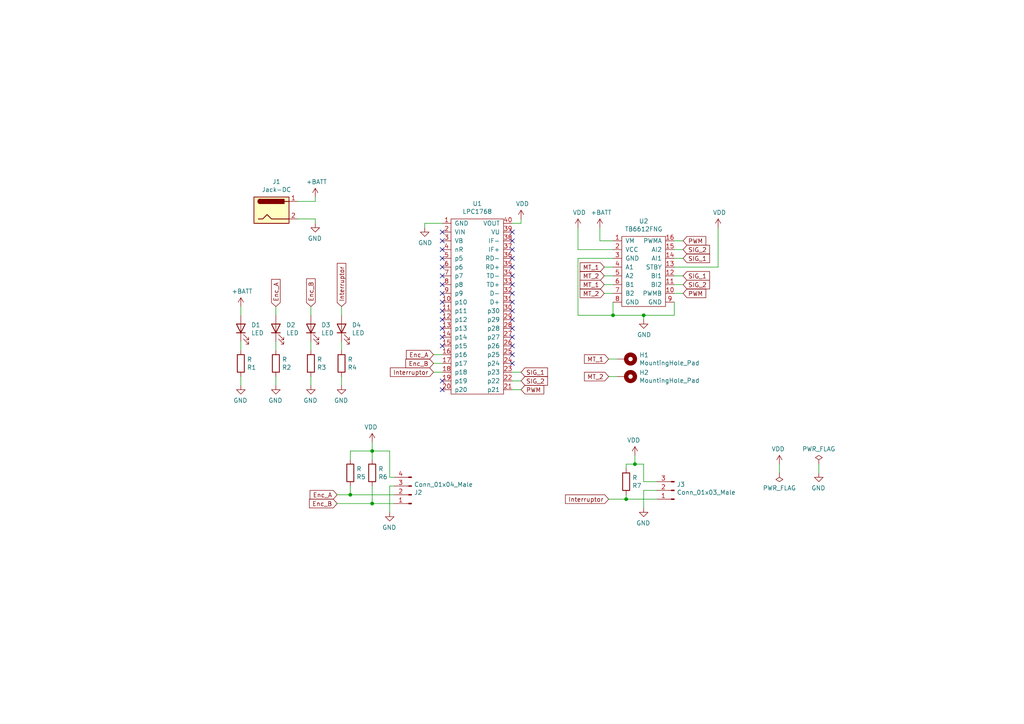
<source format=kicad_sch>
(kicad_sch (version 20211123) (generator eeschema)
  (paper "A4")
  (lib_symbols
    (symbol "Connector:Conn_01x03_Male" (pin_names (offset 1.016) hide)
      (property "Reference" "J" (at 0 5.08 0))
      (property "Value" "Conn_01x03_Male" (at 0 -5.08 0))
      (symbol "Conn_01x03_Male_1_1"
        (polyline (pts (xy 1.27 -2.54) (xy 0.8636 -2.54)) (stroke (width 0.1524)))
        (polyline (pts (xy 1.27 0) (xy 0.8636 0)) (stroke (width 0.1524)))
        (polyline (pts (xy 1.27 2.54) (xy 0.8636 2.54)) (stroke (width 0.1524)))
        (rectangle (start 0.8636 -2.413) (end 0 -2.667) (stroke (width 0.1524)) (fill (type outline)))
        (rectangle (start 0.8636 0.127) (end 0 -0.127) (stroke (width 0.1524)) (fill (type outline)))
        (rectangle (start 0.8636 2.667) (end 0 2.413) (stroke (width 0.1524)) (fill (type outline)))
        (pin passive line (at 5.08 2.54 180) (length 3.81) (name "Pin_1") (number "1"))
        (pin passive line (at 5.08 0 180) (length 3.81) (name "Pin_2") (number "2"))
        (pin passive line (at 5.08 -2.54 180) (length 3.81) (name "Pin_3") (number "3"))
      )
    )
    (symbol "Connector:Conn_01x04_Male" (pin_names (offset 1.016) hide)
      (property "Reference" "J" (at 0 5.08 0))
      (property "Value" "Conn_01x04_Male" (at 0 -7.62 0))
      (symbol "Conn_01x04_Male_1_1"
        (polyline (pts (xy 1.27 -5.08) (xy 0.8636 -5.08)) (stroke (width 0.1524)))
        (polyline (pts (xy 1.27 -2.54) (xy 0.8636 -2.54)) (stroke (width 0.1524)))
        (polyline (pts (xy 1.27 0) (xy 0.8636 0)) (stroke (width 0.1524)))
        (polyline (pts (xy 1.27 2.54) (xy 0.8636 2.54)) (stroke (width 0.1524)))
        (rectangle (start 0.8636 -4.953) (end 0 -5.207) (stroke (width 0.1524)) (fill (type outline)))
        (rectangle (start 0.8636 -2.413) (end 0 -2.667) (stroke (width 0.1524)) (fill (type outline)))
        (rectangle (start 0.8636 0.127) (end 0 -0.127) (stroke (width 0.1524)) (fill (type outline)))
        (rectangle (start 0.8636 2.667) (end 0 2.413) (stroke (width 0.1524)) (fill (type outline)))
        (pin passive line (at 5.08 2.54 180) (length 3.81) (name "Pin_1") (number "1"))
        (pin passive line (at 5.08 0 180) (length 3.81) (name "Pin_2") (number "2"))
        (pin passive line (at 5.08 -2.54 180) (length 3.81) (name "Pin_3") (number "3"))
        (pin passive line (at 5.08 -5.08 180) (length 3.81) (name "Pin_4") (number "4"))
      )
    )
    (symbol "Connector:Jack-DC" (pin_names (offset 1.016))
      (property "Reference" "J" (at 0 5.334 0))
      (property "Value" "Jack-DC" (at 0 -5.08 0))
      (symbol "Jack-DC_0_1"
        (rectangle (start -5.08 3.81) (end 5.08 -3.81) (stroke (width 0.254)) (fill (type background)))
        (arc (start -3.302 3.175) (mid -3.937 2.54) (end -3.302 1.905) (stroke (width 0.254)))
        (arc (start -3.302 3.175) (mid -3.937 2.54) (end -3.302 1.905) (stroke (width 0.254)) (fill (type outline)))
        (polyline (pts (xy 5.08 2.54) (xy 3.81 2.54)) (stroke (width 0.254)))
        (polyline (pts (xy -3.81 -2.54) (xy -2.54 -2.54) (xy -1.27 -1.27) (xy 0 -2.54) (xy 2.54 -2.54) (xy 5.08 -2.54)) (stroke (width 0.254)))
        (rectangle (start 3.683 3.175) (end -3.302 1.905) (stroke (width 0.254)) (fill (type outline)))
      )
      (symbol "Jack-DC_1_1"
        (pin passive line (at 7.62 2.54 180) (length 2.54) (name "~") (number "1"))
        (pin passive line (at 7.62 -2.54 180) (length 2.54) (name "~") (number "2"))
      )
    )
    (symbol "Device:LED" (pin_numbers hide) (pin_names (offset 1.016) hide)
      (property "Reference" "D" (at 0 2.54 0))
      (property "Value" "LED" (at 0 -2.54 0))
      (symbol "LED_0_1"
        (polyline (pts (xy -1.27 -1.27) (xy -1.27 1.27)) (stroke (width 0.254)))
        (polyline (pts (xy -1.27 0) (xy 1.27 0)))
        (polyline (pts (xy 1.27 -1.27) (xy 1.27 1.27) (xy -1.27 0) (xy 1.27 -1.27)) (stroke (width 0.254)))
        (polyline (pts (xy -3.048 -0.762) (xy -4.572 -2.286) (xy -3.81 -2.286) (xy -4.572 -2.286) (xy -4.572 -1.524)))
        (polyline (pts (xy -1.778 -0.762) (xy -3.302 -2.286) (xy -2.54 -2.286) (xy -3.302 -2.286) (xy -3.302 -1.524)))
      )
      (symbol "LED_1_1"
        (pin passive line (at -3.81 0 0) (length 2.54) (name "K") (number "1"))
        (pin passive line (at 3.81 0 180) (length 2.54) (name "A") (number "2"))
      )
    )
    (symbol "Device:R" (pin_numbers hide) (pin_names (offset 0))
      (property "Reference" "R" (at 2.032 0 90))
      (property "Value" "R" (at 0 0 90))
      (symbol "R_0_1"
        (rectangle (start -1.016 -2.54) (end 1.016 2.54) (stroke (width 0.254)))
      )
      (symbol "R_1_1"
        (pin passive line (at 0 3.81 270) (length 1.27) (name "~") (number "1"))
        (pin passive line (at 0 -3.81 90) (length 1.27) (name "~") (number "2"))
      )
    )
    (symbol "Mechanical:MountingHole_Pad" (pin_numbers hide) (pin_names (offset 1.016) hide)
      (property "Reference" "H" (at 0 6.35 0))
      (property "Value" "MountingHole_Pad" (at 0 4.445 0))
      (symbol "MountingHole_Pad_0_1"
        (circle (center 0 1.27) (radius 1.27) (stroke (width 1.27)))
      )
      (symbol "MountingHole_Pad_1_1"
        (pin input line (at 0 -2.54 90) (length 2.54) (name "1") (number "1"))
      )
    )
    (symbol "MyComponent:LPC1768" (pin_names (offset 1.016))
      (property "Reference" "U" (at 0 -26.67 0))
      (property "Value" "LPC1768" (at 0 26.67 0))
      (symbol "LPC1768_0_1"
        (rectangle (start -7.62 25.4) (end 7.62 -25.4))
      )
      (symbol "LPC1768_1_1"
        (pin input line (at -10.16 24.13 0) (length 2.54) (name "GND") (number "1"))
        (pin input line (at -10.16 1.27 0) (length 2.54) (name "p10") (number "10"))
        (pin input line (at -10.16 -1.27 0) (length 2.54) (name "p11") (number "11"))
        (pin input line (at -10.16 -3.81 0) (length 2.54) (name "p12") (number "12"))
        (pin input line (at -10.16 -6.35 0) (length 2.54) (name "p13") (number "13"))
        (pin input line (at -10.16 -8.89 0) (length 2.54) (name "p14") (number "14"))
        (pin input line (at -10.16 -11.43 0) (length 2.54) (name "p15") (number "15"))
        (pin input line (at -10.16 -13.97 0) (length 2.54) (name "p16") (number "16"))
        (pin input line (at -10.16 -16.51 0) (length 2.54) (name "p17") (number "17"))
        (pin input line (at -10.16 -19.05 0) (length 2.54) (name "p18") (number "18"))
        (pin input line (at -10.16 -21.59 0) (length 2.54) (name "p19") (number "19"))
        (pin input line (at -10.16 21.59 0) (length 2.54) (name "VIN") (number "2"))
        (pin input line (at -10.16 -24.13 0) (length 2.54) (name "p20") (number "20"))
        (pin input line (at 10.16 -24.13 180) (length 2.54) (name "p21") (number "21"))
        (pin input line (at 10.16 -21.59 180) (length 2.54) (name "p22") (number "22"))
        (pin input line (at 10.16 -19.05 180) (length 2.54) (name "p23") (number "23"))
        (pin input line (at 10.16 -16.51 180) (length 2.54) (name "p24") (number "24"))
        (pin input line (at 10.16 -13.97 180) (length 2.54) (name "p25") (number "25"))
        (pin input line (at 10.16 -11.43 180) (length 2.54) (name "p26") (number "26"))
        (pin input line (at 10.16 -8.89 180) (length 2.54) (name "p27") (number "27"))
        (pin input line (at 10.16 -6.35 180) (length 2.54) (name "p28") (number "28"))
        (pin input line (at 10.16 -3.81 180) (length 2.54) (name "p29") (number "29"))
        (pin input line (at -10.16 19.05 0) (length 2.54) (name "VB") (number "3"))
        (pin input line (at 10.16 -1.27 180) (length 2.54) (name "p30") (number "30"))
        (pin input line (at 10.16 1.27 180) (length 2.54) (name "D+") (number "31"))
        (pin input line (at 10.16 3.81 180) (length 2.54) (name "D-") (number "32"))
        (pin input line (at 10.16 6.35 180) (length 2.54) (name "TD+") (number "33"))
        (pin input line (at 10.16 8.89 180) (length 2.54) (name "TD-") (number "34"))
        (pin input line (at 10.16 11.43 180) (length 2.54) (name "RD+") (number "35"))
        (pin input line (at 10.16 13.97 180) (length 2.54) (name "RD-") (number "36"))
        (pin input line (at 10.16 16.51 180) (length 2.54) (name "IF+") (number "37"))
        (pin input line (at 10.16 19.05 180) (length 2.54) (name "IF-") (number "38"))
        (pin input line (at 10.16 21.59 180) (length 2.54) (name "VU") (number "39"))
        (pin input line (at -10.16 16.51 0) (length 2.54) (name "nR") (number "4"))
        (pin input line (at 10.16 24.13 180) (length 2.54) (name "VOUT") (number "40"))
        (pin input line (at -10.16 13.97 0) (length 2.54) (name "p5") (number "5"))
        (pin input line (at -10.16 11.43 0) (length 2.54) (name "p6") (number "6"))
        (pin input line (at -10.16 8.89 0) (length 2.54) (name "p7") (number "7"))
        (pin input line (at -10.16 6.35 0) (length 2.54) (name "p8") (number "8"))
        (pin input line (at -10.16 3.81 0) (length 2.54) (name "p9") (number "9"))
      )
    )
    (symbol "MyComponent:TB6612FNG" (pin_names (offset 1.016))
      (property "Reference" "U" (at 0 -8.89 0))
      (property "Value" "TB6612FNG" (at 0 13.97 0))
      (symbol "TB6612FNG_0_1"
        (rectangle (start -6.35 12.7) (end 6.35 -7.62))
      )
      (symbol "TB6612FNG_1_1"
        (pin input line (at -8.89 11.43 0) (length 2.54) (name "VM") (number "1"))
        (pin input line (at 8.89 -3.81 180) (length 2.54) (name "PWMB") (number "10"))
        (pin input line (at 8.89 -1.27 180) (length 2.54) (name "BI2") (number "11"))
        (pin input line (at 8.89 1.27 180) (length 2.54) (name "BI1") (number "12"))
        (pin input line (at 8.89 3.81 180) (length 2.54) (name "STBY") (number "13"))
        (pin input line (at 8.89 6.35 180) (length 2.54) (name "AI1") (number "14"))
        (pin input line (at 8.89 8.89 180) (length 2.54) (name "AI2") (number "15"))
        (pin input line (at 8.89 11.43 180) (length 2.54) (name "PWMA") (number "16"))
        (pin input line (at -8.89 8.89 0) (length 2.54) (name "VCC") (number "2"))
        (pin input line (at -8.89 6.35 0) (length 2.54) (name "GND") (number "3"))
        (pin input line (at -8.89 3.81 0) (length 2.54) (name "A1") (number "4"))
        (pin input line (at -8.89 1.27 0) (length 2.54) (name "A2") (number "5"))
        (pin input line (at -8.89 -1.27 0) (length 2.54) (name "B1") (number "6"))
        (pin input line (at -8.89 -3.81 0) (length 2.54) (name "B2") (number "7"))
        (pin input line (at -8.89 -6.35 0) (length 2.54) (name "GND") (number "8"))
        (pin input line (at 8.89 -6.35 180) (length 2.54) (name "GND") (number "9"))
      )
    )
    (symbol "power:+BATT" (power) (pin_names (offset 0))
      (property "Value" "+BATT" (at 0 3.556 0))
      (symbol "+BATT_0_1"
        (polyline (pts (xy -0.762 1.27) (xy 0 2.54)))
        (polyline (pts (xy 0 0) (xy 0 2.54)))
        (polyline (pts (xy 0 2.54) (xy 0.762 1.27)))
      )
      (symbol "+BATT_1_1"
        (pin power_in line (at 0 0 90) (length 0) hide (name "+BATT") (number "1"))
      )
    )
    (symbol "power:GND" (power) (pin_names (offset 0))
      (property "Value" "GND" (at 0 -3.81 0))
      (symbol "GND_0_1"
        (polyline (pts (xy 0 0) (xy 0 -1.27) (xy 1.27 -1.27) (xy 0 -2.54) (xy -1.27 -1.27) (xy 0 -1.27)))
      )
      (symbol "GND_1_1"
        (pin power_in line (at 0 0 270) (length 0) hide (name "GND") (number "1"))
      )
    )
    (symbol "power:PWR_FLAG" (power) (pin_numbers hide) (pin_names (offset 0) hide)
      (property "Value" "PWR_FLAG" (at 0 3.81 0))
      (symbol "PWR_FLAG_0_0"
        (pin power_out line (at 0 0 90) (length 0) (name "pwr") (number "1"))
      )
      (symbol "PWR_FLAG_0_1"
        (polyline (pts (xy 0 0) (xy 0 1.27) (xy -1.016 1.905) (xy 0 2.54) (xy 1.016 1.905) (xy 0 1.27)))
      )
    )
    (symbol "power:VDD" (power) (pin_names (offset 0))
      (property "Value" "VDD" (at 0 3.81 0))
      (symbol "VDD_0_1"
        (polyline (pts (xy -0.762 1.27) (xy 0 2.54)))
        (polyline (pts (xy 0 0) (xy 0 2.54)))
        (polyline (pts (xy 0 2.54) (xy 0.762 1.27)))
      )
      (symbol "VDD_1_1"
        (pin power_in line (at 0 0 90) (length 0) hide (name "VDD") (number "1"))
      )
    )
  )
  (junction (at 101.6 143.51))
  (junction (at 107.95 146.05))
  (junction (at 107.95 130.81))
  (junction (at 184.15 134.62))
  (junction (at 186.69 91.44))
  (junction (at 177.8 91.44))
  (junction (at 181.61 144.78))
  (no_connect (at 128.27 97.79))
  (no_connect (at 148.59 87.63))
  (no_connect (at 128.27 85.09))
  (no_connect (at 128.27 67.31))
  (no_connect (at 128.27 95.25))
  (no_connect (at 148.59 82.55))
  (no_connect (at 128.27 74.93))
  (no_connect (at 148.59 95.25))
  (no_connect (at 148.59 90.17))
  (no_connect (at 148.59 80.01))
  (no_connect (at 148.59 69.85))
  (no_connect (at 128.27 87.63))
  (no_connect (at 128.27 80.01))
  (no_connect (at 148.59 97.79))
  (no_connect (at 148.59 102.87))
  (no_connect (at 148.59 74.93))
  (no_connect (at 128.27 72.39))
  (no_connect (at 148.59 77.47))
  (no_connect (at 128.27 77.47))
  (no_connect (at 128.27 82.55))
  (no_connect (at 128.27 69.85))
  (no_connect (at 148.59 72.39))
  (no_connect (at 148.59 92.71))
  (no_connect (at 128.27 110.49))
  (no_connect (at 148.59 105.41))
  (no_connect (at 148.59 67.31))
  (no_connect (at 148.59 100.33))
  (no_connect (at 148.59 85.09))
  (no_connect (at 128.27 113.03))
  (no_connect (at 128.27 90.17))
  (no_connect (at 128.27 100.33))
  (no_connect (at 128.27 92.71))
  (wire (pts (xy 99.06 109.22) (xy 99.06 111.76)))
  (wire (pts (xy 101.6 143.51) (xy 114.3 143.51)))
  (wire (pts (xy 173.99 66.04) (xy 173.99 69.85)))
  (wire (pts (xy 86.36 63.5) (xy 91.44 63.5)))
  (wire (pts (xy 167.64 91.44) (xy 177.8 91.44)))
  (wire (pts (xy 101.6 140.97) (xy 101.6 143.51)))
  (wire (pts (xy 184.15 132.08) (xy 184.15 134.62)))
  (wire (pts (xy 181.61 135.89) (xy 181.61 134.62)))
  (wire (pts (xy 69.85 99.06) (xy 69.85 101.6)))
  (wire (pts (xy 86.36 58.42) (xy 91.44 58.42)))
  (wire (pts (xy 208.28 77.47) (xy 208.28 66.04)))
  (wire (pts (xy 125.73 105.41) (xy 128.27 105.41)))
  (wire (pts (xy 107.95 130.81) (xy 113.03 130.81)))
  (wire (pts (xy 177.8 87.63) (xy 177.8 91.44)))
  (wire (pts (xy 113.03 130.81) (xy 113.03 138.43)))
  (wire (pts (xy 181.61 134.62) (xy 184.15 134.62)))
  (wire (pts (xy 195.58 80.01) (xy 198.12 80.01)))
  (wire (pts (xy 148.59 64.77) (xy 151.13 64.77)))
  (wire (pts (xy 69.85 88.9) (xy 69.85 91.44)))
  (wire (pts (xy 97.79 146.05) (xy 107.95 146.05)))
  (wire (pts (xy 125.73 107.95) (xy 128.27 107.95)))
  (wire (pts (xy 176.53 109.22) (xy 179.07 109.22)))
  (wire (pts (xy 107.95 128.27) (xy 107.95 130.81)))
  (wire (pts (xy 195.58 91.44) (xy 195.58 87.63)))
  (wire (pts (xy 80.01 109.22) (xy 80.01 111.76)))
  (wire (pts (xy 195.58 82.55) (xy 198.12 82.55)))
  (wire (pts (xy 184.15 134.62) (xy 186.69 134.62)))
  (wire (pts (xy 167.64 74.93) (xy 167.64 91.44)))
  (wire (pts (xy 175.26 80.01) (xy 177.8 80.01)))
  (wire (pts (xy 181.61 144.78) (xy 176.53 144.78)))
  (wire (pts (xy 237.49 134.62) (xy 237.49 137.16)))
  (wire (pts (xy 176.53 104.14) (xy 179.07 104.14)))
  (wire (pts (xy 173.99 69.85) (xy 177.8 69.85)))
  (wire (pts (xy 90.17 109.22) (xy 90.17 111.76)))
  (wire (pts (xy 90.17 88.9) (xy 90.17 91.44)))
  (wire (pts (xy 190.5 142.24) (xy 186.69 142.24)))
  (wire (pts (xy 167.64 72.39) (xy 177.8 72.39)))
  (wire (pts (xy 91.44 63.5) (xy 91.44 64.77)))
  (wire (pts (xy 186.69 134.62) (xy 186.69 139.7)))
  (wire (pts (xy 107.95 140.97) (xy 107.95 146.05)))
  (wire (pts (xy 148.59 113.03) (xy 151.13 113.03)))
  (wire (pts (xy 186.69 91.44) (xy 195.58 91.44)))
  (wire (pts (xy 195.58 85.09) (xy 198.12 85.09)))
  (wire (pts (xy 148.59 110.49) (xy 151.13 110.49)))
  (wire (pts (xy 186.69 139.7) (xy 190.5 139.7)))
  (wire (pts (xy 69.85 109.22) (xy 69.85 111.76)))
  (wire (pts (xy 101.6 133.35) (xy 101.6 130.81)))
  (wire (pts (xy 99.06 99.06) (xy 99.06 101.6)))
  (wire (pts (xy 97.79 143.51) (xy 101.6 143.51)))
  (wire (pts (xy 195.58 72.39) (xy 198.12 72.39)))
  (wire (pts (xy 128.27 64.77) (xy 123.19 64.77)))
  (wire (pts (xy 195.58 77.47) (xy 208.28 77.47)))
  (wire (pts (xy 90.17 99.06) (xy 90.17 101.6)))
  (wire (pts (xy 186.69 142.24) (xy 186.69 147.32)))
  (wire (pts (xy 151.13 64.77) (xy 151.13 63.5)))
  (wire (pts (xy 181.61 143.51) (xy 181.61 144.78)))
  (wire (pts (xy 175.26 77.47) (xy 177.8 77.47)))
  (wire (pts (xy 148.59 107.95) (xy 151.13 107.95)))
  (wire (pts (xy 125.73 102.87) (xy 128.27 102.87)))
  (wire (pts (xy 114.3 140.97) (xy 113.03 140.97)))
  (wire (pts (xy 195.58 74.93) (xy 198.12 74.93)))
  (wire (pts (xy 175.26 82.55) (xy 177.8 82.55)))
  (wire (pts (xy 123.19 64.77) (xy 123.19 66.04)))
  (wire (pts (xy 113.03 138.43) (xy 114.3 138.43)))
  (wire (pts (xy 101.6 130.81) (xy 107.95 130.81)))
  (wire (pts (xy 226.06 134.62) (xy 226.06 137.16)))
  (wire (pts (xy 186.69 91.44) (xy 186.69 92.71)))
  (wire (pts (xy 177.8 91.44) (xy 186.69 91.44)))
  (wire (pts (xy 107.95 146.05) (xy 114.3 146.05)))
  (wire (pts (xy 113.03 140.97) (xy 113.03 148.59)))
  (wire (pts (xy 99.06 88.9) (xy 99.06 91.44)))
  (wire (pts (xy 91.44 58.42) (xy 91.44 57.15)))
  (wire (pts (xy 181.61 144.78) (xy 190.5 144.78)))
  (wire (pts (xy 107.95 130.81) (xy 107.95 133.35)))
  (wire (pts (xy 167.64 66.04) (xy 167.64 72.39)))
  (wire (pts (xy 80.01 99.06) (xy 80.01 101.6)))
  (wire (pts (xy 177.8 74.93) (xy 167.64 74.93)))
  (wire (pts (xy 195.58 69.85) (xy 198.12 69.85)))
  (wire (pts (xy 80.01 88.9) (xy 80.01 91.44)))
  (wire (pts (xy 175.26 85.09) (xy 177.8 85.09)))
  (global_label "SIG_1" (shape input) (at 198.12 74.93 0) (property "シート間のリファレンス" "${INTERSHEET_REFS}" (effects hide)))
  (global_label "Enc_A" (shape input) (at 80.01 88.9 90) (property "シート間のリファレンス" "${INTERSHEET_REFS}" (effects hide)))
  (global_label "Interruptor" (shape input) (at 99.06 88.9 90) (property "シート間のリファレンス" "${INTERSHEET_REFS}" (effects hide)))
  (global_label "MT_2" (shape input) (at 175.26 80.01 180) (property "シート間のリファレンス" "${INTERSHEET_REFS}" (effects hide)))
  (global_label "SIG_1" (shape input) (at 198.12 80.01 0) (property "シート間のリファレンス" "${INTERSHEET_REFS}" (effects hide)))
  (global_label "MT_2" (shape input) (at 176.53 109.22 180) (property "シート間のリファレンス" "${INTERSHEET_REFS}" (effects hide)))
  (global_label "SIG_1" (shape input) (at 151.13 107.95 0) (property "シート間のリファレンス" "${INTERSHEET_REFS}" (effects hide)))
  (global_label "SIG_2" (shape input) (at 198.12 82.55 0) (property "シート間のリファレンス" "${INTERSHEET_REFS}" (effects hide)))
  (global_label "PWM" (shape input) (at 198.12 69.85 0) (property "シート間のリファレンス" "${INTERSHEET_REFS}" (effects hide)))
  (global_label "Enc_A" (shape input) (at 125.73 102.87 180) (property "シート間のリファレンス" "${INTERSHEET_REFS}" (effects hide)))
  (global_label "Interruptor" (shape input) (at 125.73 107.95 180) (property "シート間のリファレンス" "${INTERSHEET_REFS}" (effects hide)))
  (global_label "Enc_B" (shape input) (at 90.17 88.9 90) (property "シート間のリファレンス" "${INTERSHEET_REFS}" (effects hide)))
  (global_label "MT_1" (shape input) (at 175.26 82.55 180) (property "シート間のリファレンス" "${INTERSHEET_REFS}" (effects hide)))
  (global_label "Enc_B" (shape input) (at 97.79 146.05 180) (property "シート間のリファレンス" "${INTERSHEET_REFS}" (effects hide)))
  (global_label "Enc_B" (shape input) (at 125.73 105.41 180) (property "シート間のリファレンス" "${INTERSHEET_REFS}" (effects hide)))
  (global_label "SIG_2" (shape input) (at 151.13 110.49 0) (property "シート間のリファレンス" "${INTERSHEET_REFS}" (effects hide)))
  (global_label "MT_1" (shape input) (at 175.26 77.47 180) (property "シート間のリファレンス" "${INTERSHEET_REFS}" (effects hide)))
  (global_label "Enc_A" (shape input) (at 97.79 143.51 180) (property "シート間のリファレンス" "${INTERSHEET_REFS}" (effects hide)))
  (global_label "MT_1" (shape input) (at 176.53 104.14 180) (property "シート間のリファレンス" "${INTERSHEET_REFS}" (effects hide)))
  (global_label "MT_2" (shape input) (at 175.26 85.09 180) (property "シート間のリファレンス" "${INTERSHEET_REFS}" (effects hide)))
  (global_label "Interruptor" (shape input) (at 176.53 144.78 180) (property "シート間のリファレンス" "${INTERSHEET_REFS}" (effects hide)))
  (global_label "PWM" (shape input) (at 198.12 85.09 0) (property "シート間のリファレンス" "${INTERSHEET_REFS}" (effects hide)))
  (global_label "PWM" (shape input) (at 151.13 113.03 0) (property "シート間のリファレンス" "${INTERSHEET_REFS}" (effects hide)))
  (global_label "SIG_2" (shape input) (at 198.12 72.39 0) (property "シート間のリファレンス" "${INTERSHEET_REFS}" (effects hide)))
  (symbol (lib_id "MyComponent:LPC1768") (at 138.43 88.9 0) (unit 1)
    (property "Reference" "U1" (at 138.43 59.055 0))
    (property "Value" "LPC1768" (at 138.43 61.3664 0))
    (property "Footprint" "MyFootprint:LPC1768" (effects hide))
  )
  (symbol (lib_id "Connector:Jack-DC") (at 78.74 60.96 0) (unit 1)
    (property "Reference" "J1" (at 80.1878 52.705 0))
    (property "Value" "Jack-DC" (at 80.1878 55.0164 0))
    (property "Footprint" "Connector_JST:JST_XH_B2B-XH-A_1x02_P2.50mm_Vertical" (effects hide))
  )
  (symbol (lib_id "Connector:Conn_01x04_Male") (at 119.38 143.51 180) (unit 1)
    (property "Reference" "J2" (at 120.0912 142.8496 0) (effects (justify right)))
    (property "Value" "Conn_01x04_Male" (at 120.0912 140.5382 0) (effects (justify right)))
    (property "Footprint" "Connector_JST:JST_XH_B4B-XH-A_1x04_P2.50mm_Vertical" (effects hide))
  )
  (symbol (lib_id "MyComponent:TB6612FNG") (at 186.69 81.28 0) (unit 1)
    (property "Reference" "U2" (at 186.69 64.135 0))
    (property "Value" "TB6612FNG" (at 186.69 66.4464 0))
    (property "Footprint" "MyFootprint:TB6612FNG" (effects hide))
  )
  (symbol (lib_id "power:VDD") (at 167.64 66.04 0) (unit 1)
    (property "Reference" "#PWR0101" (effects hide))
    (property "Value" "VDD" (at 168.021 61.6458 0))
  )
  (symbol (lib_id "power:GND") (at 186.69 92.71 0) (unit 1)
    (property "Reference" "#PWR0102" (effects hide))
    (property "Value" "GND" (at 186.817 97.1042 0))
  )
  (symbol (lib_id "power:+BATT") (at 173.99 66.04 0) (unit 1)
    (property "Reference" "#PWR0103" (effects hide))
    (property "Value" "+BATT" (at 174.371 61.6458 0))
  )
  (symbol (lib_id "power:VDD") (at 208.28 66.04 0) (unit 1)
    (property "Reference" "#PWR0104" (effects hide))
    (property "Value" "VDD" (at 208.661 61.6458 0))
  )
  (symbol (lib_id "power:VDD") (at 107.95 128.27 0) (mirror y) (unit 1)
    (property "Reference" "#PWR0117" (effects hide))
    (property "Value" "VDD" (at 107.569 123.8758 0))
  )
  (symbol (lib_id "power:GND") (at 113.03 148.59 0) (mirror y) (unit 1)
    (property "Reference" "#PWR0116" (effects hide))
    (property "Value" "GND" (at 112.903 152.9842 0))
  )
  (symbol (lib_id "Device:R") (at 101.6 137.16 0) (mirror x) (unit 1)
    (property "Reference" "R5" (at 103.378 138.3284 0) (effects (justify left)))
    (property "Value" "R" (at 103.378 136.017 0) (effects (justify left)))
    (property "Footprint" "Resistor_THT:R_Axial_DIN0207_L6.3mm_D2.5mm_P7.62mm_Horizontal" (effects hide))
  )
  (symbol (lib_id "Device:R") (at 107.95 137.16 0) (mirror x) (unit 1)
    (property "Reference" "R6" (at 109.728 138.3284 0) (effects (justify left)))
    (property "Value" "R" (at 109.728 136.017 0) (effects (justify left)))
    (property "Footprint" "Resistor_THT:R_Axial_DIN0207_L6.3mm_D2.5mm_P7.62mm_Horizontal" (effects hide))
  )
  (symbol (lib_id "Connector:Conn_01x03_Male") (at 195.58 142.24 180) (unit 1)
    (property "Reference" "J3" (at 196.2912 140.5128 0) (effects (justify right)))
    (property "Value" "Conn_01x03_Male" (at 196.2912 142.8242 0) (effects (justify right)))
    (property "Footprint" "Connector_JST:JST_XH_B3B-XH-A_1x03_P2.50mm_Vertical" (effects hide))
  )
  (symbol (lib_id "power:VDD") (at 226.06 134.62 0) (mirror y) (unit 1)
    (property "Reference" "#PWR0105" (effects hide))
    (property "Value" "VDD" (at 225.679 130.2258 0))
  )
  (symbol (lib_id "power:GND") (at 186.69 147.32 0) (mirror y) (unit 1)
    (property "Reference" "#PWR0106" (effects hide))
    (property "Value" "GND" (at 186.563 151.7142 0))
  )
  (symbol (lib_id "Device:R") (at 181.61 139.7 0) (mirror x) (unit 1)
    (property "Reference" "R7" (at 183.388 140.8684 0) (effects (justify left)))
    (property "Value" "R" (at 183.388 138.557 0) (effects (justify left)))
    (property "Footprint" "Resistor_THT:R_Axial_DIN0207_L6.3mm_D2.5mm_P7.62mm_Horizontal" (effects hide))
  )
  (symbol (lib_id "Device:R") (at 69.85 105.41 0) (mirror x) (unit 1)
    (property "Reference" "R1" (at 71.628 106.5784 0) (effects (justify left)))
    (property "Value" "R" (at 71.628 104.267 0) (effects (justify left)))
    (property "Footprint" "Resistor_THT:R_Axial_DIN0207_L6.3mm_D2.5mm_P7.62mm_Horizontal" (effects hide))
  )
  (symbol (lib_id "power:GND") (at 91.44 64.77 0) (mirror y) (unit 1)
    (property "Reference" "#PWR0107" (effects hide))
    (property "Value" "GND" (at 91.313 69.1642 0))
  )
  (symbol (lib_id "Device:LED") (at 69.85 95.25 90) (unit 1)
    (property "Reference" "D1" (at 72.8472 94.2594 90) (effects (justify right)))
    (property "Value" "LED" (at 72.8472 96.5708 90) (effects (justify right)))
    (property "Footprint" "LED_THT:LED_D3.0mm" (effects hide))
  )
  (symbol (lib_id "power:GND") (at 69.85 111.76 0) (mirror y) (unit 1)
    (property "Reference" "#PWR0109" (effects hide))
    (property "Value" "GND" (at 69.723 116.1542 0))
  )
  (symbol (lib_id "Mechanical:MountingHole_Pad") (at 181.61 104.14 270) (unit 1)
    (property "Reference" "H1" (at 185.42 102.9716 90) (effects (justify left)))
    (property "Value" "MountingHole_Pad" (at 185.42 105.283 90) (effects (justify left)))
    (property "Footprint" "MountingHole:MountingHole_2.2mm_M2_DIN965_Pad" (effects hide))
  )
  (symbol (lib_id "Mechanical:MountingHole_Pad") (at 181.61 109.22 270) (unit 1)
    (property "Reference" "H2" (at 185.42 108.0516 90) (effects (justify left)))
    (property "Value" "MountingHole_Pad" (at 185.42 110.363 90) (effects (justify left)))
    (property "Footprint" "MountingHole:MountingHole_2.2mm_M2_DIN965_Pad" (effects hide))
  )
  (symbol (lib_id "Device:R") (at 80.01 105.41 0) (mirror x) (unit 1)
    (property "Reference" "R2" (at 81.788 106.5784 0) (effects (justify left)))
    (property "Value" "R" (at 81.788 104.267 0) (effects (justify left)))
    (property "Footprint" "Resistor_THT:R_Axial_DIN0207_L6.3mm_D2.5mm_P7.62mm_Horizontal" (effects hide))
  )
  (symbol (lib_id "Device:LED") (at 80.01 95.25 90) (unit 1)
    (property "Reference" "D2" (at 83.0072 94.2594 90) (effects (justify right)))
    (property "Value" "LED" (at 83.0072 96.5708 90) (effects (justify right)))
    (property "Footprint" "LED_THT:LED_D3.0mm" (effects hide))
  )
  (symbol (lib_id "power:GND") (at 80.01 111.76 0) (mirror y) (unit 1)
    (property "Reference" "#PWR0110" (effects hide))
    (property "Value" "GND" (at 79.883 116.1542 0))
  )
  (symbol (lib_id "Device:R") (at 90.17 105.41 0) (mirror x) (unit 1)
    (property "Reference" "R3" (at 91.948 106.5784 0) (effects (justify left)))
    (property "Value" "R" (at 91.948 104.267 0) (effects (justify left)))
    (property "Footprint" "Resistor_THT:R_Axial_DIN0207_L6.3mm_D2.5mm_P7.62mm_Horizontal" (effects hide))
  )
  (symbol (lib_id "Device:LED") (at 90.17 95.25 90) (unit 1)
    (property "Reference" "D3" (at 93.1672 94.2594 90) (effects (justify right)))
    (property "Value" "LED" (at 93.1672 96.5708 90) (effects (justify right)))
    (property "Footprint" "LED_THT:LED_D3.0mm" (effects hide))
  )
  (symbol (lib_id "power:GND") (at 90.17 111.76 0) (mirror y) (unit 1)
    (property "Reference" "#PWR0111" (effects hide))
    (property "Value" "GND" (at 90.043 116.1542 0))
  )
  (symbol (lib_id "Device:R") (at 99.06 105.41 0) (mirror x) (unit 1)
    (property "Reference" "R4" (at 100.838 106.5784 0) (effects (justify left)))
    (property "Value" "R" (at 100.838 104.267 0) (effects (justify left)))
    (property "Footprint" "Resistor_THT:R_Axial_DIN0207_L6.3mm_D2.5mm_P7.62mm_Horizontal" (effects hide))
  )
  (symbol (lib_id "Device:LED") (at 99.06 95.25 90) (unit 1)
    (property "Reference" "D4" (at 102.0572 94.2594 90) (effects (justify right)))
    (property "Value" "LED" (at 102.0572 96.5708 90) (effects (justify right)))
    (property "Footprint" "LED_THT:LED_D3.0mm" (effects hide))
  )
  (symbol (lib_id "power:GND") (at 99.06 111.76 0) (mirror y) (unit 1)
    (property "Reference" "#PWR0112" (effects hide))
    (property "Value" "GND" (at 98.933 116.1542 0))
  )
  (symbol (lib_id "power:VDD") (at 151.13 63.5 0) (unit 1)
    (property "Reference" "#PWR0113" (effects hide))
    (property "Value" "VDD" (at 151.511 59.1058 0))
  )
  (symbol (lib_id "power:+BATT") (at 91.44 57.15 0) (unit 1)
    (property "Reference" "#PWR0114" (effects hide))
    (property "Value" "+BATT" (at 91.821 52.7558 0))
  )
  (symbol (lib_id "power:GND") (at 123.19 66.04 0) (unit 1)
    (property "Reference" "#PWR0115" (effects hide))
    (property "Value" "GND" (at 123.317 70.4342 0))
  )
  (symbol (lib_id "power:PWR_FLAG") (at 226.06 137.16 180) (unit 1)
    (property "Reference" "#FLG0101" (effects hide))
    (property "Value" "PWR_FLAG" (at 226.06 141.5542 0))
  )
  (symbol (lib_id "power:GND") (at 237.49 137.16 0) (mirror y) (unit 1)
    (property "Reference" "#PWR0118" (effects hide))
    (property "Value" "GND" (at 237.363 141.5542 0))
  )
  (symbol (lib_id "power:VDD") (at 184.15 132.08 0) (mirror y) (unit 1)
    (property "Reference" "#PWR0119" (effects hide))
    (property "Value" "VDD" (at 183.769 127.6858 0))
  )
  (symbol (lib_id "power:PWR_FLAG") (at 237.49 134.62 0) (unit 1)
    (property "Reference" "#FLG0102" (effects hide))
    (property "Value" "PWR_FLAG" (at 237.49 130.2258 0))
  )
  (symbol (lib_id "power:+BATT") (at 69.85 88.9 0) (unit 1)
    (property "Reference" "#PWR?" (effects hide))
    (property "Value" "+BATT" (at 70.231 84.5058 0))
  )
)
</source>
